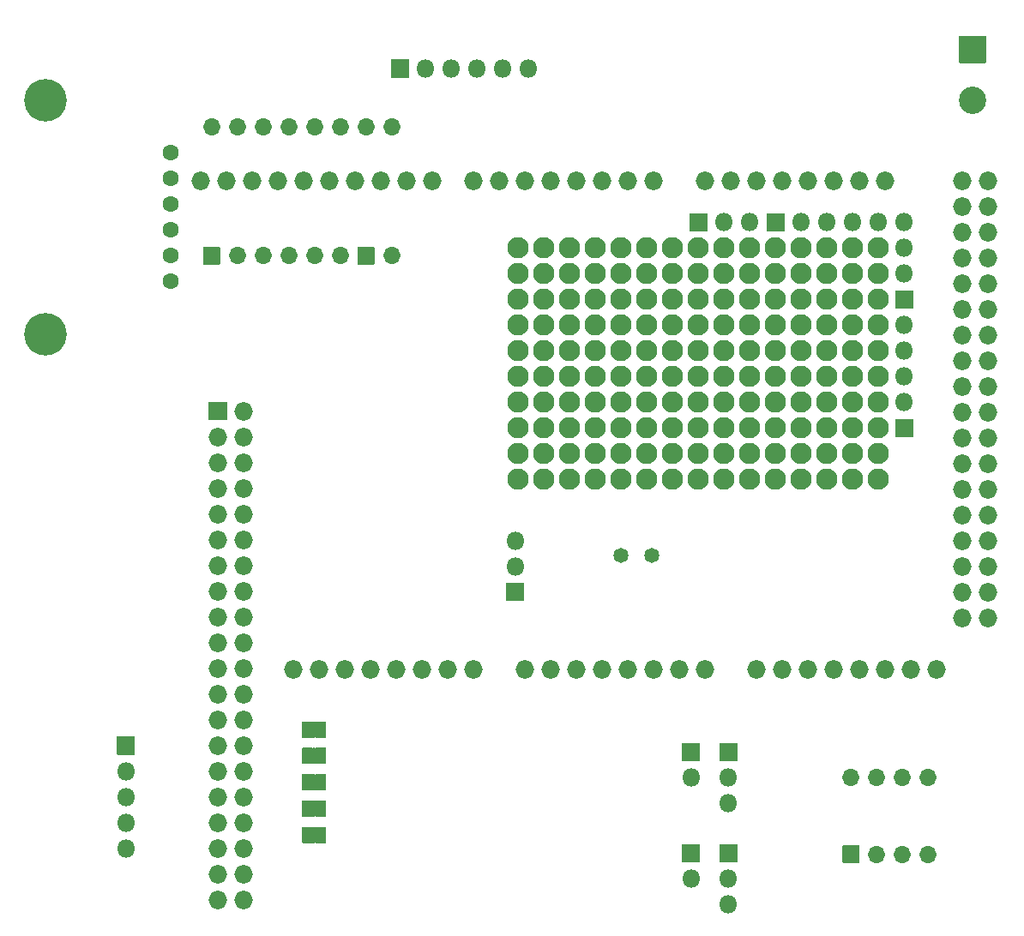
<source format=gbs>
G04 #@! TF.GenerationSoftware,KiCad,Pcbnew,(5.1.9-0-10_14)*
G04 #@! TF.CreationDate,2021-04-29T13:58:58+10:00*
G04 #@! TF.ProjectId,v0.4.4d,76302e34-2e34-4642-9e6b-696361645f70,4d*
G04 #@! TF.SameCoordinates,Original*
G04 #@! TF.FileFunction,Soldermask,Bot*
G04 #@! TF.FilePolarity,Negative*
%FSLAX46Y46*%
G04 Gerber Fmt 4.6, Leading zero omitted, Abs format (unit mm)*
G04 Created by KiCad (PCBNEW (5.1.9-0-10_14)) date 2021-04-29 13:58:58*
%MOMM*%
%LPD*%
G01*
G04 APERTURE LIST*
%ADD10C,2.102000*%
%ADD11O,1.802000X1.802000*%
%ADD12C,1.602000*%
%ADD13C,4.202000*%
%ADD14O,1.829200X1.829200*%
%ADD15C,1.483000*%
%ADD16O,1.702000X1.702000*%
%ADD17C,2.702000*%
%ADD18C,0.100000*%
G04 APERTURE END LIST*
D10*
X195715000Y-86480000D03*
X193175000Y-86480000D03*
X190635000Y-86480000D03*
X188095000Y-86480000D03*
X185555000Y-86480000D03*
X183015000Y-86480000D03*
X180475000Y-86480000D03*
X177935000Y-86480000D03*
X175395000Y-86480000D03*
X172855000Y-86480000D03*
X170315000Y-86480000D03*
X167775000Y-86480000D03*
X165235000Y-86480000D03*
X162695000Y-86480000D03*
X160155000Y-86480000D03*
X195715000Y-83940000D03*
X193175000Y-83940000D03*
X190635000Y-83940000D03*
X188095000Y-83940000D03*
X185555000Y-83940000D03*
X183015000Y-83940000D03*
X180475000Y-83940000D03*
X177935000Y-83940000D03*
X175395000Y-83940000D03*
X172855000Y-83940000D03*
X170315000Y-83940000D03*
X167775000Y-83940000D03*
X165235000Y-83940000D03*
X162695000Y-83940000D03*
X160155000Y-83940000D03*
X195715000Y-81400000D03*
X193175000Y-81400000D03*
X190635000Y-81400000D03*
X188095000Y-81400000D03*
X185555000Y-81400000D03*
X183015000Y-81400000D03*
X180475000Y-81400000D03*
X177935000Y-81400000D03*
X175395000Y-81400000D03*
X172855000Y-81400000D03*
X170315000Y-81400000D03*
X167775000Y-81400000D03*
X165235000Y-81400000D03*
X162695000Y-81400000D03*
X160155000Y-81400000D03*
X195715000Y-78860000D03*
X193175000Y-78860000D03*
X190635000Y-78860000D03*
X188095000Y-78860000D03*
X185555000Y-78860000D03*
X183015000Y-78860000D03*
X180475000Y-78860000D03*
X177935000Y-78860000D03*
X175395000Y-78860000D03*
X172855000Y-78860000D03*
X170315000Y-78860000D03*
X167775000Y-78860000D03*
X165235000Y-78860000D03*
X162695000Y-78860000D03*
X160155000Y-78860000D03*
X195715000Y-76320000D03*
X193175000Y-76320000D03*
X190635000Y-76320000D03*
X188095000Y-76320000D03*
X185555000Y-76320000D03*
X183015000Y-76320000D03*
X180475000Y-76320000D03*
X177935000Y-76320000D03*
X175395000Y-76320000D03*
X172855000Y-76320000D03*
X170315000Y-76320000D03*
X167775000Y-76320000D03*
X165235000Y-76320000D03*
X162695000Y-76320000D03*
X160155000Y-76320000D03*
X195715000Y-73780000D03*
X193175000Y-73780000D03*
X190635000Y-73780000D03*
X188095000Y-73780000D03*
X185555000Y-73780000D03*
X183015000Y-73780000D03*
X180475000Y-73780000D03*
X177935000Y-73780000D03*
X175395000Y-73780000D03*
X172855000Y-73780000D03*
X170315000Y-73780000D03*
X167775000Y-73780000D03*
X165235000Y-73780000D03*
X162695000Y-73780000D03*
X160155000Y-73780000D03*
X195715000Y-71240000D03*
X193175000Y-71240000D03*
X190635000Y-71240000D03*
X188095000Y-71240000D03*
X185555000Y-71240000D03*
X183015000Y-71240000D03*
X180475000Y-71240000D03*
X177935000Y-71240000D03*
X175395000Y-71240000D03*
X172855000Y-71240000D03*
X170315000Y-71240000D03*
X167775000Y-71240000D03*
X165235000Y-71240000D03*
X162695000Y-71240000D03*
X160155000Y-71240000D03*
X195715000Y-68700000D03*
X193175000Y-68700000D03*
X190635000Y-68700000D03*
X188095000Y-68700000D03*
X185555000Y-68700000D03*
X183015000Y-68700000D03*
X180475000Y-68700000D03*
X177935000Y-68700000D03*
X175395000Y-68700000D03*
X172855000Y-68700000D03*
X170315000Y-68700000D03*
X167775000Y-68700000D03*
X165235000Y-68700000D03*
X162695000Y-68700000D03*
X160155000Y-68700000D03*
X195715000Y-66160000D03*
X193175000Y-66160000D03*
X190635000Y-66160000D03*
X188095000Y-66160000D03*
X185555000Y-66160000D03*
X183015000Y-66160000D03*
X180475000Y-66160000D03*
X177935000Y-66160000D03*
X175395000Y-66160000D03*
X172855000Y-66160000D03*
X170315000Y-66160000D03*
X167775000Y-66160000D03*
X165235000Y-66160000D03*
X162695000Y-66160000D03*
X160155000Y-66160000D03*
X195715000Y-63620000D03*
X193175000Y-63620000D03*
X190635000Y-63620000D03*
X188095000Y-63620000D03*
X185555000Y-63620000D03*
X183015000Y-63620000D03*
X180475000Y-63620000D03*
X177935000Y-63620000D03*
X175395000Y-63620000D03*
X172855000Y-63620000D03*
X170315000Y-63620000D03*
X167775000Y-63620000D03*
X165235000Y-63620000D03*
X162695000Y-63620000D03*
X160155000Y-63620000D03*
D11*
X183015000Y-61080000D03*
X180475000Y-61080000D03*
G36*
G01*
X178785000Y-61981000D02*
X177085000Y-61981000D01*
G75*
G02*
X177034000Y-61930000I0J51000D01*
G01*
X177034000Y-60230000D01*
G75*
G02*
X177085000Y-60179000I51000J0D01*
G01*
X178785000Y-60179000D01*
G75*
G02*
X178836000Y-60230000I0J-51000D01*
G01*
X178836000Y-61930000D01*
G75*
G02*
X178785000Y-61981000I-51000J0D01*
G01*
G37*
X121412000Y-122936000D03*
X121412000Y-120396000D03*
X121412000Y-117856000D03*
X121412000Y-115316000D03*
G36*
G01*
X120511000Y-113626000D02*
X120511000Y-111926000D01*
G75*
G02*
X120562000Y-111875000I51000J0D01*
G01*
X122262000Y-111875000D01*
G75*
G02*
X122313000Y-111926000I0J-51000D01*
G01*
X122313000Y-113626000D01*
G75*
G02*
X122262000Y-113677000I-51000J0D01*
G01*
X120562000Y-113677000D01*
G75*
G02*
X120511000Y-113626000I0J51000D01*
G01*
G37*
X161180000Y-45900000D03*
X158640000Y-45900000D03*
X156100000Y-45900000D03*
X153560000Y-45900000D03*
X151020000Y-45900000D03*
G36*
G01*
X149330000Y-46801000D02*
X147630000Y-46801000D01*
G75*
G02*
X147579000Y-46750000I0J51000D01*
G01*
X147579000Y-45050000D01*
G75*
G02*
X147630000Y-44999000I51000J0D01*
G01*
X149330000Y-44999000D01*
G75*
G02*
X149381000Y-45050000I0J-51000D01*
G01*
X149381000Y-46750000D01*
G75*
G02*
X149330000Y-46801000I-51000J0D01*
G01*
G37*
G36*
G01*
X139901000Y-120850000D02*
X139901000Y-122350000D01*
G75*
G02*
X139850000Y-122401000I-51000J0D01*
G01*
X138850000Y-122401000D01*
G75*
G02*
X138799000Y-122350000I0J51000D01*
G01*
X138799000Y-120850000D01*
G75*
G02*
X138850000Y-120799000I51000J0D01*
G01*
X139850000Y-120799000D01*
G75*
G02*
X139901000Y-120850000I0J-51000D01*
G01*
G37*
G36*
G01*
X141201000Y-120850000D02*
X141201000Y-122350000D01*
G75*
G02*
X141150000Y-122401000I-51000J0D01*
G01*
X140150000Y-122401000D01*
G75*
G02*
X140099000Y-122350000I0J51000D01*
G01*
X140099000Y-120850000D01*
G75*
G02*
X140150000Y-120799000I51000J0D01*
G01*
X141150000Y-120799000D01*
G75*
G02*
X141201000Y-120850000I0J-51000D01*
G01*
G37*
G36*
G01*
X139901000Y-118250000D02*
X139901000Y-119750000D01*
G75*
G02*
X139850000Y-119801000I-51000J0D01*
G01*
X138850000Y-119801000D01*
G75*
G02*
X138799000Y-119750000I0J51000D01*
G01*
X138799000Y-118250000D01*
G75*
G02*
X138850000Y-118199000I51000J0D01*
G01*
X139850000Y-118199000D01*
G75*
G02*
X139901000Y-118250000I0J-51000D01*
G01*
G37*
G36*
G01*
X141201000Y-118250000D02*
X141201000Y-119750000D01*
G75*
G02*
X141150000Y-119801000I-51000J0D01*
G01*
X140150000Y-119801000D01*
G75*
G02*
X140099000Y-119750000I0J51000D01*
G01*
X140099000Y-118250000D01*
G75*
G02*
X140150000Y-118199000I51000J0D01*
G01*
X141150000Y-118199000D01*
G75*
G02*
X141201000Y-118250000I0J-51000D01*
G01*
G37*
G36*
G01*
X139901000Y-115650000D02*
X139901000Y-117150000D01*
G75*
G02*
X139850000Y-117201000I-51000J0D01*
G01*
X138850000Y-117201000D01*
G75*
G02*
X138799000Y-117150000I0J51000D01*
G01*
X138799000Y-115650000D01*
G75*
G02*
X138850000Y-115599000I51000J0D01*
G01*
X139850000Y-115599000D01*
G75*
G02*
X139901000Y-115650000I0J-51000D01*
G01*
G37*
G36*
G01*
X141201000Y-115650000D02*
X141201000Y-117150000D01*
G75*
G02*
X141150000Y-117201000I-51000J0D01*
G01*
X140150000Y-117201000D01*
G75*
G02*
X140099000Y-117150000I0J51000D01*
G01*
X140099000Y-115650000D01*
G75*
G02*
X140150000Y-115599000I51000J0D01*
G01*
X141150000Y-115599000D01*
G75*
G02*
X141201000Y-115650000I0J-51000D01*
G01*
G37*
G36*
G01*
X139901000Y-113050000D02*
X139901000Y-114550000D01*
G75*
G02*
X139850000Y-114601000I-51000J0D01*
G01*
X138850000Y-114601000D01*
G75*
G02*
X138799000Y-114550000I0J51000D01*
G01*
X138799000Y-113050000D01*
G75*
G02*
X138850000Y-112999000I51000J0D01*
G01*
X139850000Y-112999000D01*
G75*
G02*
X139901000Y-113050000I0J-51000D01*
G01*
G37*
G36*
G01*
X141201000Y-113050000D02*
X141201000Y-114550000D01*
G75*
G02*
X141150000Y-114601000I-51000J0D01*
G01*
X140150000Y-114601000D01*
G75*
G02*
X140099000Y-114550000I0J51000D01*
G01*
X140099000Y-113050000D01*
G75*
G02*
X140150000Y-112999000I51000J0D01*
G01*
X141150000Y-112999000D01*
G75*
G02*
X141201000Y-113050000I0J-51000D01*
G01*
G37*
G36*
G01*
X139901000Y-110450000D02*
X139901000Y-111950000D01*
G75*
G02*
X139850000Y-112001000I-51000J0D01*
G01*
X138850000Y-112001000D01*
G75*
G02*
X138799000Y-111950000I0J51000D01*
G01*
X138799000Y-110450000D01*
G75*
G02*
X138850000Y-110399000I51000J0D01*
G01*
X139850000Y-110399000D01*
G75*
G02*
X139901000Y-110450000I0J-51000D01*
G01*
G37*
G36*
G01*
X141201000Y-110450000D02*
X141201000Y-111950000D01*
G75*
G02*
X141150000Y-112001000I-51000J0D01*
G01*
X140150000Y-112001000D01*
G75*
G02*
X140099000Y-111950000I0J51000D01*
G01*
X140099000Y-110450000D01*
G75*
G02*
X140150000Y-110399000I51000J0D01*
G01*
X141150000Y-110399000D01*
G75*
G02*
X141201000Y-110450000I0J-51000D01*
G01*
G37*
X177200000Y-125940000D03*
G36*
G01*
X176299000Y-124250000D02*
X176299000Y-122550000D01*
G75*
G02*
X176350000Y-122499000I51000J0D01*
G01*
X178050000Y-122499000D01*
G75*
G02*
X178101000Y-122550000I0J-51000D01*
G01*
X178101000Y-124250000D01*
G75*
G02*
X178050000Y-124301000I-51000J0D01*
G01*
X176350000Y-124301000D01*
G75*
G02*
X176299000Y-124250000I0J51000D01*
G01*
G37*
X177200000Y-115940000D03*
G36*
G01*
X176299000Y-114250000D02*
X176299000Y-112550000D01*
G75*
G02*
X176350000Y-112499000I51000J0D01*
G01*
X178050000Y-112499000D01*
G75*
G02*
X178101000Y-112550000I0J-51000D01*
G01*
X178101000Y-114250000D01*
G75*
G02*
X178050000Y-114301000I-51000J0D01*
G01*
X176350000Y-114301000D01*
G75*
G02*
X176299000Y-114250000I0J51000D01*
G01*
G37*
X180900000Y-128480000D03*
X180900000Y-125940000D03*
G36*
G01*
X179999000Y-124250000D02*
X179999000Y-122550000D01*
G75*
G02*
X180050000Y-122499000I51000J0D01*
G01*
X181750000Y-122499000D01*
G75*
G02*
X181801000Y-122550000I0J-51000D01*
G01*
X181801000Y-124250000D01*
G75*
G02*
X181750000Y-124301000I-51000J0D01*
G01*
X180050000Y-124301000D01*
G75*
G02*
X179999000Y-124250000I0J51000D01*
G01*
G37*
X180900000Y-118480000D03*
X180900000Y-115940000D03*
G36*
G01*
X179999000Y-114250000D02*
X179999000Y-112550000D01*
G75*
G02*
X180050000Y-112499000I51000J0D01*
G01*
X181750000Y-112499000D01*
G75*
G02*
X181801000Y-112550000I0J-51000D01*
G01*
X181801000Y-114250000D01*
G75*
G02*
X181750000Y-114301000I-51000J0D01*
G01*
X180050000Y-114301000D01*
G75*
G02*
X179999000Y-114250000I0J51000D01*
G01*
G37*
X159850000Y-92520000D03*
X159850000Y-95060000D03*
G36*
G01*
X160751000Y-96750000D02*
X160751000Y-98450000D01*
G75*
G02*
X160700000Y-98501000I-51000J0D01*
G01*
X159000000Y-98501000D01*
G75*
G02*
X158949000Y-98450000I0J51000D01*
G01*
X158949000Y-96750000D01*
G75*
G02*
X159000000Y-96699000I51000J0D01*
G01*
X160700000Y-96699000D01*
G75*
G02*
X160751000Y-96750000I0J-51000D01*
G01*
G37*
D12*
X125820000Y-66922000D03*
X125820000Y-64382000D03*
X125820000Y-61842000D03*
X125820000Y-59302000D03*
X125820000Y-56762000D03*
X125820000Y-54222000D03*
D13*
X113500000Y-49022000D03*
X113500000Y-72172000D03*
D14*
X160800000Y-105260000D03*
X155720000Y-105260000D03*
X153180000Y-105260000D03*
X150640000Y-105260000D03*
X148100000Y-105260000D03*
X145560000Y-105260000D03*
X143020000Y-105260000D03*
X140480000Y-105260000D03*
X196360000Y-57000000D03*
X193820000Y-57000000D03*
X191280000Y-57000000D03*
X188740000Y-57000000D03*
X186200000Y-57000000D03*
X183660000Y-57000000D03*
X181120000Y-57000000D03*
X178580000Y-57000000D03*
X173500000Y-57000000D03*
X170960000Y-57000000D03*
X168420000Y-57000000D03*
X165880000Y-57000000D03*
X163340000Y-57000000D03*
X160800000Y-57000000D03*
X158260000Y-57000000D03*
X155720000Y-57000000D03*
X136416000Y-57000000D03*
X151656000Y-57000000D03*
X149116000Y-57000000D03*
X146576000Y-57000000D03*
X128796000Y-57000000D03*
X131336000Y-57000000D03*
X133876000Y-57000000D03*
X138956000Y-57000000D03*
X141496000Y-57000000D03*
X144036000Y-57000000D03*
X137940000Y-105260000D03*
X163340000Y-105260000D03*
X165880000Y-105260000D03*
X168420000Y-105260000D03*
X170960000Y-105260000D03*
X173500000Y-105260000D03*
X176040000Y-105260000D03*
X178580000Y-105260000D03*
X183660000Y-105260000D03*
X186200000Y-105260000D03*
X188740000Y-105260000D03*
X191280000Y-105260000D03*
X193820000Y-105260000D03*
X196360000Y-105260000D03*
X198900000Y-105260000D03*
X201440000Y-105260000D03*
X203980000Y-57000000D03*
X206520000Y-57000000D03*
X203980000Y-59540000D03*
X206520000Y-59540000D03*
X203980000Y-62080000D03*
X206520000Y-62080000D03*
X203980000Y-64620000D03*
X206520000Y-64620000D03*
X203980000Y-67160000D03*
X206520000Y-67160000D03*
X203980000Y-69700000D03*
X206520000Y-69700000D03*
X203980000Y-72240000D03*
X206520000Y-72240000D03*
X203980000Y-74780000D03*
X206520000Y-74780000D03*
X203980000Y-77320000D03*
X206520000Y-77320000D03*
X203980000Y-79860000D03*
X206520000Y-79860000D03*
X203980000Y-82400000D03*
X206520000Y-82400000D03*
X203980000Y-84940000D03*
X206520000Y-84940000D03*
X203980000Y-87480000D03*
X206520000Y-87480000D03*
X203980000Y-90020000D03*
X206520000Y-90020000D03*
X203980000Y-92560000D03*
X206520000Y-92560000D03*
X203980000Y-95100000D03*
X206520000Y-95100000D03*
X203980000Y-97640000D03*
X206520000Y-97640000D03*
X203980000Y-100180000D03*
X206520000Y-100180000D03*
G36*
G01*
X129585400Y-80603600D02*
X129585400Y-78876400D01*
G75*
G02*
X129636400Y-78825400I51000J0D01*
G01*
X131363600Y-78825400D01*
G75*
G02*
X131414600Y-78876400I0J-51000D01*
G01*
X131414600Y-80603600D01*
G75*
G02*
X131363600Y-80654600I-51000J0D01*
G01*
X129636400Y-80654600D01*
G75*
G02*
X129585400Y-80603600I0J51000D01*
G01*
G37*
X133040000Y-79740000D03*
X130500000Y-82280000D03*
X133040000Y-82280000D03*
X130500000Y-84820000D03*
X133040000Y-84820000D03*
X130500000Y-87360000D03*
X133040000Y-87360000D03*
X130500000Y-89900000D03*
X133040000Y-89900000D03*
X130500000Y-92440000D03*
X133040000Y-92440000D03*
X130500000Y-94980000D03*
X133040000Y-94980000D03*
X130500000Y-97520000D03*
X133040000Y-97520000D03*
X130500000Y-100060000D03*
X133040000Y-100060000D03*
X130500000Y-102600000D03*
X133040000Y-102600000D03*
X130500000Y-105140000D03*
X133040000Y-105140000D03*
X130500000Y-107680000D03*
X133040000Y-107680000D03*
X130500000Y-110220000D03*
X133040000Y-110220000D03*
X130500000Y-112760000D03*
X133040000Y-112760000D03*
X130500000Y-115300000D03*
X133040000Y-115300000D03*
X130500000Y-117840000D03*
X133040000Y-117840000D03*
X130500000Y-120380000D03*
X133040000Y-120380000D03*
X130500000Y-122920000D03*
X133040000Y-122920000D03*
X130500000Y-125460000D03*
X133040000Y-125460000D03*
X130500000Y-128000000D03*
X133040000Y-128000000D03*
D15*
X173300000Y-94000000D03*
X170300000Y-94000000D03*
G36*
G01*
X130700000Y-65251000D02*
X129100000Y-65251000D01*
G75*
G02*
X129049000Y-65200000I0J51000D01*
G01*
X129049000Y-63600000D01*
G75*
G02*
X129100000Y-63549000I51000J0D01*
G01*
X130700000Y-63549000D01*
G75*
G02*
X130751000Y-63600000I0J-51000D01*
G01*
X130751000Y-65200000D01*
G75*
G02*
X130700000Y-65251000I-51000J0D01*
G01*
G37*
D16*
X147680000Y-51700000D03*
X132440000Y-64400000D03*
X145140000Y-51700000D03*
X134980000Y-64400000D03*
X142600000Y-51700000D03*
X137520000Y-64400000D03*
X140060000Y-51700000D03*
X140060000Y-64400000D03*
X137520000Y-51700000D03*
X142600000Y-64400000D03*
X134980000Y-51700000D03*
G36*
G01*
X145940000Y-65251000D02*
X144340000Y-65251000D01*
G75*
G02*
X144289000Y-65200000I0J51000D01*
G01*
X144289000Y-63600000D01*
G75*
G02*
X144340000Y-63549000I51000J0D01*
G01*
X145940000Y-63549000D01*
G75*
G02*
X145991000Y-63600000I0J-51000D01*
G01*
X145991000Y-65200000D01*
G75*
G02*
X145940000Y-65251000I-51000J0D01*
G01*
G37*
X132440000Y-51700000D03*
X147680000Y-64400000D03*
X129900000Y-51700000D03*
G36*
G01*
X193800000Y-124351000D02*
X192200000Y-124351000D01*
G75*
G02*
X192149000Y-124300000I0J51000D01*
G01*
X192149000Y-122700000D01*
G75*
G02*
X192200000Y-122649000I51000J0D01*
G01*
X193800000Y-122649000D01*
G75*
G02*
X193851000Y-122700000I0J-51000D01*
G01*
X193851000Y-124300000D01*
G75*
G02*
X193800000Y-124351000I-51000J0D01*
G01*
G37*
X200620000Y-115880000D03*
X195540000Y-123500000D03*
X198080000Y-115880000D03*
X198080000Y-123500000D03*
X195540000Y-115880000D03*
X200620000Y-123500000D03*
X193000000Y-115880000D03*
D17*
X205000000Y-49000000D03*
G36*
G01*
X206300000Y-45351000D02*
X203700000Y-45351000D01*
G75*
G02*
X203649000Y-45300000I0J51000D01*
G01*
X203649000Y-42700000D01*
G75*
G02*
X203700000Y-42649000I51000J0D01*
G01*
X206300000Y-42649000D01*
G75*
G02*
X206351000Y-42700000I0J-51000D01*
G01*
X206351000Y-45300000D01*
G75*
G02*
X206300000Y-45351000I-51000J0D01*
G01*
G37*
G36*
G01*
X199156000Y-67850000D02*
X199156000Y-69550000D01*
G75*
G02*
X199105000Y-69601000I-51000J0D01*
G01*
X197405000Y-69601000D01*
G75*
G02*
X197354000Y-69550000I0J51000D01*
G01*
X197354000Y-67850000D01*
G75*
G02*
X197405000Y-67799000I51000J0D01*
G01*
X199105000Y-67799000D01*
G75*
G02*
X199156000Y-67850000I0J-51000D01*
G01*
G37*
D11*
X198255000Y-66160000D03*
X198255000Y-63620000D03*
X198255000Y-61080000D03*
G36*
G01*
X199156000Y-80550000D02*
X199156000Y-82250000D01*
G75*
G02*
X199105000Y-82301000I-51000J0D01*
G01*
X197405000Y-82301000D01*
G75*
G02*
X197354000Y-82250000I0J51000D01*
G01*
X197354000Y-80550000D01*
G75*
G02*
X197405000Y-80499000I51000J0D01*
G01*
X199105000Y-80499000D01*
G75*
G02*
X199156000Y-80550000I0J-51000D01*
G01*
G37*
X198255000Y-78860000D03*
X198255000Y-76320000D03*
X198255000Y-73780000D03*
X198255000Y-71240000D03*
X195715000Y-61080000D03*
X193175000Y-61080000D03*
X190635000Y-61080000D03*
X188095000Y-61080000D03*
G36*
G01*
X186405000Y-61981000D02*
X184705000Y-61981000D01*
G75*
G02*
X184654000Y-61930000I0J51000D01*
G01*
X184654000Y-60230000D01*
G75*
G02*
X184705000Y-60179000I51000J0D01*
G01*
X186405000Y-60179000D01*
G75*
G02*
X186456000Y-60230000I0J-51000D01*
G01*
X186456000Y-61930000D01*
G75*
G02*
X186405000Y-61981000I-51000J0D01*
G01*
G37*
D18*
G36*
X140100732Y-120798000D02*
G01*
X140101000Y-120799000D01*
X140101000Y-122401000D01*
X140100000Y-122402732D01*
X140099000Y-122403000D01*
X139901000Y-122403000D01*
X139899268Y-122402000D01*
X139899000Y-122401000D01*
X139899000Y-120799000D01*
X139900000Y-120797268D01*
X139901000Y-120797000D01*
X140099000Y-120797000D01*
X140100732Y-120798000D01*
G37*
G36*
X140100732Y-118198000D02*
G01*
X140101000Y-118199000D01*
X140101000Y-119801000D01*
X140100000Y-119802732D01*
X140099000Y-119803000D01*
X139901000Y-119803000D01*
X139899268Y-119802000D01*
X139899000Y-119801000D01*
X139899000Y-118199000D01*
X139900000Y-118197268D01*
X139901000Y-118197000D01*
X140099000Y-118197000D01*
X140100732Y-118198000D01*
G37*
G36*
X140100732Y-115598000D02*
G01*
X140101000Y-115599000D01*
X140101000Y-117201000D01*
X140100000Y-117202732D01*
X140099000Y-117203000D01*
X139901000Y-117203000D01*
X139899268Y-117202000D01*
X139899000Y-117201000D01*
X139899000Y-115599000D01*
X139900000Y-115597268D01*
X139901000Y-115597000D01*
X140099000Y-115597000D01*
X140100732Y-115598000D01*
G37*
G36*
X140100732Y-112998000D02*
G01*
X140101000Y-112999000D01*
X140101000Y-114601000D01*
X140100000Y-114602732D01*
X140099000Y-114603000D01*
X139901000Y-114603000D01*
X139899268Y-114602000D01*
X139899000Y-114601000D01*
X139899000Y-112999000D01*
X139900000Y-112997268D01*
X139901000Y-112997000D01*
X140099000Y-112997000D01*
X140100732Y-112998000D01*
G37*
G36*
X140100732Y-110398000D02*
G01*
X140101000Y-110399000D01*
X140101000Y-112001000D01*
X140100000Y-112002732D01*
X140099000Y-112003000D01*
X139901000Y-112003000D01*
X139899268Y-112002000D01*
X139899000Y-112001000D01*
X139899000Y-110399000D01*
X139900000Y-110397268D01*
X139901000Y-110397000D01*
X140099000Y-110397000D01*
X140100732Y-110398000D01*
G37*
M02*

</source>
